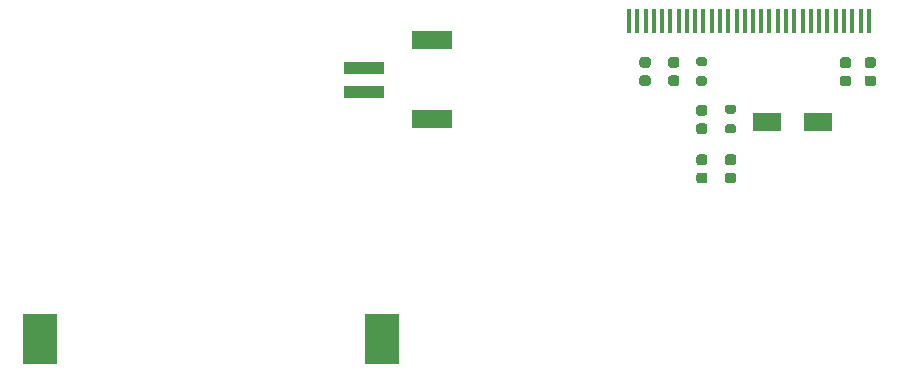
<source format=gbp>
G04 #@! TF.GenerationSoftware,KiCad,Pcbnew,5.1.9-73d0e3b20d~88~ubuntu20.04.1*
G04 #@! TF.CreationDate,2021-01-28T18:16:06+05:30*
G04 #@! TF.ProjectId,open_authenticator,6f70656e-5f61-4757-9468-656e74696361,v01*
G04 #@! TF.SameCoordinates,Original*
G04 #@! TF.FileFunction,Paste,Bot*
G04 #@! TF.FilePolarity,Positive*
%FSLAX46Y46*%
G04 Gerber Fmt 4.6, Leading zero omitted, Abs format (unit mm)*
G04 Created by KiCad (PCBNEW 5.1.9-73d0e3b20d~88~ubuntu20.04.1) date 2021-01-28 18:16:06*
%MOMM*%
%LPD*%
G01*
G04 APERTURE LIST*
%ADD10R,3.400000X1.500000*%
%ADD11R,3.500000X1.000000*%
%ADD12R,0.400000X2.000000*%
%ADD13R,2.350000X1.550000*%
%ADD14R,3.000000X4.200000*%
G04 APERTURE END LIST*
D10*
X127250900Y-86688680D03*
X127250900Y-93388680D03*
D11*
X121500900Y-89038680D03*
X121500900Y-91038680D03*
G36*
G01*
X162484880Y-90582200D02*
X161984880Y-90582200D01*
G75*
G02*
X161759880Y-90357200I0J225000D01*
G01*
X161759880Y-89907200D01*
G75*
G02*
X161984880Y-89682200I225000J0D01*
G01*
X162484880Y-89682200D01*
G75*
G02*
X162709880Y-89907200I0J-225000D01*
G01*
X162709880Y-90357200D01*
G75*
G02*
X162484880Y-90582200I-225000J0D01*
G01*
G37*
G36*
G01*
X162484880Y-89032200D02*
X161984880Y-89032200D01*
G75*
G02*
X161759880Y-88807200I0J225000D01*
G01*
X161759880Y-88357200D01*
G75*
G02*
X161984880Y-88132200I225000J0D01*
G01*
X162484880Y-88132200D01*
G75*
G02*
X162709880Y-88357200I0J-225000D01*
G01*
X162709880Y-88807200D01*
G75*
G02*
X162484880Y-89032200I-225000J0D01*
G01*
G37*
G36*
G01*
X164588000Y-90577420D02*
X164088000Y-90577420D01*
G75*
G02*
X163863000Y-90352420I0J225000D01*
G01*
X163863000Y-89902420D01*
G75*
G02*
X164088000Y-89677420I225000J0D01*
G01*
X164588000Y-89677420D01*
G75*
G02*
X164813000Y-89902420I0J-225000D01*
G01*
X164813000Y-90352420D01*
G75*
G02*
X164588000Y-90577420I-225000J0D01*
G01*
G37*
G36*
G01*
X164588000Y-89027420D02*
X164088000Y-89027420D01*
G75*
G02*
X163863000Y-88802420I0J225000D01*
G01*
X163863000Y-88352420D01*
G75*
G02*
X164088000Y-88127420I225000J0D01*
G01*
X164588000Y-88127420D01*
G75*
G02*
X164813000Y-88352420I0J-225000D01*
G01*
X164813000Y-88802420D01*
G75*
G02*
X164588000Y-89027420I-225000J0D01*
G01*
G37*
G36*
G01*
X145512600Y-90556800D02*
X145012600Y-90556800D01*
G75*
G02*
X144787600Y-90331800I0J225000D01*
G01*
X144787600Y-89881800D01*
G75*
G02*
X145012600Y-89656800I225000J0D01*
G01*
X145512600Y-89656800D01*
G75*
G02*
X145737600Y-89881800I0J-225000D01*
G01*
X145737600Y-90331800D01*
G75*
G02*
X145512600Y-90556800I-225000J0D01*
G01*
G37*
G36*
G01*
X145512600Y-89006800D02*
X145012600Y-89006800D01*
G75*
G02*
X144787600Y-88781800I0J225000D01*
G01*
X144787600Y-88331800D01*
G75*
G02*
X145012600Y-88106800I225000J0D01*
G01*
X145512600Y-88106800D01*
G75*
G02*
X145737600Y-88331800I0J-225000D01*
G01*
X145737600Y-88781800D01*
G75*
G02*
X145512600Y-89006800I-225000J0D01*
G01*
G37*
G36*
G01*
X147948460Y-90552020D02*
X147448460Y-90552020D01*
G75*
G02*
X147223460Y-90327020I0J225000D01*
G01*
X147223460Y-89877020D01*
G75*
G02*
X147448460Y-89652020I225000J0D01*
G01*
X147948460Y-89652020D01*
G75*
G02*
X148173460Y-89877020I0J-225000D01*
G01*
X148173460Y-90327020D01*
G75*
G02*
X147948460Y-90552020I-225000J0D01*
G01*
G37*
G36*
G01*
X147948460Y-89002020D02*
X147448460Y-89002020D01*
G75*
G02*
X147223460Y-88777020I0J225000D01*
G01*
X147223460Y-88327020D01*
G75*
G02*
X147448460Y-88102020I225000J0D01*
G01*
X147948460Y-88102020D01*
G75*
G02*
X148173460Y-88327020I0J-225000D01*
G01*
X148173460Y-88777020D01*
G75*
G02*
X147948460Y-89002020I-225000J0D01*
G01*
G37*
G36*
G01*
X150323360Y-98801640D02*
X149823360Y-98801640D01*
G75*
G02*
X149598360Y-98576640I0J225000D01*
G01*
X149598360Y-98126640D01*
G75*
G02*
X149823360Y-97901640I225000J0D01*
G01*
X150323360Y-97901640D01*
G75*
G02*
X150548360Y-98126640I0J-225000D01*
G01*
X150548360Y-98576640D01*
G75*
G02*
X150323360Y-98801640I-225000J0D01*
G01*
G37*
G36*
G01*
X150323360Y-97251640D02*
X149823360Y-97251640D01*
G75*
G02*
X149598360Y-97026640I0J225000D01*
G01*
X149598360Y-96576640D01*
G75*
G02*
X149823360Y-96351640I225000J0D01*
G01*
X150323360Y-96351640D01*
G75*
G02*
X150548360Y-96576640I0J-225000D01*
G01*
X150548360Y-97026640D01*
G75*
G02*
X150323360Y-97251640I-225000J0D01*
G01*
G37*
G36*
G01*
X152749060Y-98786400D02*
X152249060Y-98786400D01*
G75*
G02*
X152024060Y-98561400I0J225000D01*
G01*
X152024060Y-98111400D01*
G75*
G02*
X152249060Y-97886400I225000J0D01*
G01*
X152749060Y-97886400D01*
G75*
G02*
X152974060Y-98111400I0J-225000D01*
G01*
X152974060Y-98561400D01*
G75*
G02*
X152749060Y-98786400I-225000J0D01*
G01*
G37*
G36*
G01*
X152749060Y-97236400D02*
X152249060Y-97236400D01*
G75*
G02*
X152024060Y-97011400I0J225000D01*
G01*
X152024060Y-96561400D01*
G75*
G02*
X152249060Y-96336400I225000J0D01*
G01*
X152749060Y-96336400D01*
G75*
G02*
X152974060Y-96561400I0J-225000D01*
G01*
X152974060Y-97011400D01*
G75*
G02*
X152749060Y-97236400I-225000J0D01*
G01*
G37*
G36*
G01*
X150313200Y-94620300D02*
X149813200Y-94620300D01*
G75*
G02*
X149588200Y-94395300I0J225000D01*
G01*
X149588200Y-93945300D01*
G75*
G02*
X149813200Y-93720300I225000J0D01*
G01*
X150313200Y-93720300D01*
G75*
G02*
X150538200Y-93945300I0J-225000D01*
G01*
X150538200Y-94395300D01*
G75*
G02*
X150313200Y-94620300I-225000J0D01*
G01*
G37*
G36*
G01*
X150313200Y-93070300D02*
X149813200Y-93070300D01*
G75*
G02*
X149588200Y-92845300I0J225000D01*
G01*
X149588200Y-92395300D01*
G75*
G02*
X149813200Y-92170300I225000J0D01*
G01*
X150313200Y-92170300D01*
G75*
G02*
X150538200Y-92395300I0J-225000D01*
G01*
X150538200Y-92845300D01*
G75*
G02*
X150313200Y-93070300I-225000J0D01*
G01*
G37*
G36*
G01*
X150333120Y-90546640D02*
X149783120Y-90546640D01*
G75*
G02*
X149583120Y-90346640I0J200000D01*
G01*
X149583120Y-89946640D01*
G75*
G02*
X149783120Y-89746640I200000J0D01*
G01*
X150333120Y-89746640D01*
G75*
G02*
X150533120Y-89946640I0J-200000D01*
G01*
X150533120Y-90346640D01*
G75*
G02*
X150333120Y-90546640I-200000J0D01*
G01*
G37*
G36*
G01*
X150333120Y-88896640D02*
X149783120Y-88896640D01*
G75*
G02*
X149583120Y-88696640I0J200000D01*
G01*
X149583120Y-88296640D01*
G75*
G02*
X149783120Y-88096640I200000J0D01*
G01*
X150333120Y-88096640D01*
G75*
G02*
X150533120Y-88296640I0J-200000D01*
G01*
X150533120Y-88696640D01*
G75*
G02*
X150333120Y-88896640I-200000J0D01*
G01*
G37*
G36*
G01*
X152771520Y-94572540D02*
X152221520Y-94572540D01*
G75*
G02*
X152021520Y-94372540I0J200000D01*
G01*
X152021520Y-93972540D01*
G75*
G02*
X152221520Y-93772540I200000J0D01*
G01*
X152771520Y-93772540D01*
G75*
G02*
X152971520Y-93972540I0J-200000D01*
G01*
X152971520Y-94372540D01*
G75*
G02*
X152771520Y-94572540I-200000J0D01*
G01*
G37*
G36*
G01*
X152771520Y-92922540D02*
X152221520Y-92922540D01*
G75*
G02*
X152021520Y-92722540I0J200000D01*
G01*
X152021520Y-92322540D01*
G75*
G02*
X152221520Y-92122540I200000J0D01*
G01*
X152771520Y-92122540D01*
G75*
G02*
X152971520Y-92322540I0J-200000D01*
G01*
X152971520Y-92722540D01*
G75*
G02*
X152771520Y-92922540I-200000J0D01*
G01*
G37*
D12*
X154406080Y-85046820D03*
X153706080Y-85046820D03*
X164206080Y-85046820D03*
X163506080Y-85046820D03*
X162806080Y-85046820D03*
X162106080Y-85046820D03*
X161406080Y-85046820D03*
X160706080Y-85046820D03*
X160006080Y-85046820D03*
X159306080Y-85046820D03*
X158606080Y-85046820D03*
X157906080Y-85046820D03*
X157206080Y-85046820D03*
X156506080Y-85046820D03*
X155756080Y-85046820D03*
X155106080Y-85046820D03*
X153006080Y-85046820D03*
X152306080Y-85046820D03*
X151606080Y-85046820D03*
X150906080Y-85046820D03*
X150206080Y-85046820D03*
X149506080Y-85046820D03*
X148806080Y-85046820D03*
X148106080Y-85046820D03*
X147406080Y-85046820D03*
X146706080Y-85046820D03*
X146006080Y-85046820D03*
X145306080Y-85046820D03*
X144606080Y-85046820D03*
X143906080Y-85046820D03*
D13*
X159909400Y-93609160D03*
X155609400Y-93609160D03*
D14*
X94000000Y-112000000D03*
X123000000Y-112000000D03*
M02*

</source>
